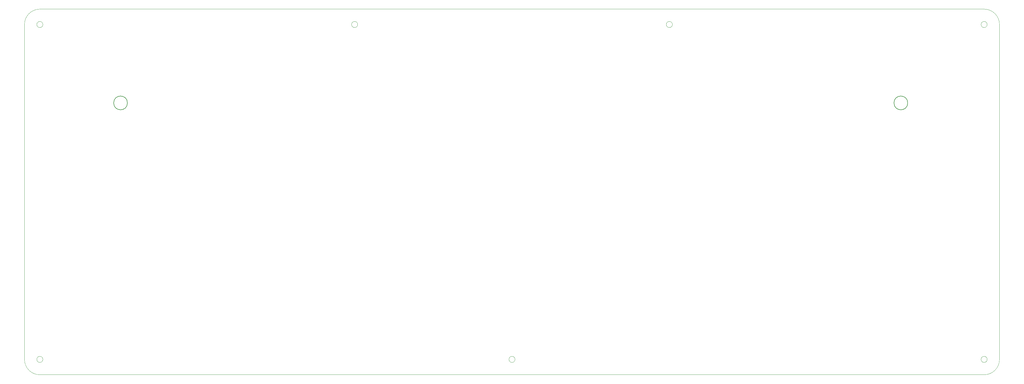
<source format=gto>
G04 #@! TF.GenerationSoftware,KiCad,Pcbnew,5.1.10-88a1d61d58~90~ubuntu21.04.1*
G04 #@! TF.CreationDate,2021-09-17T14:10:14+02:00*
G04 #@! TF.ProjectId,unix60case,756e6978-3630-4636-9173-652e6b696361,rev?*
G04 #@! TF.SameCoordinates,Original*
G04 #@! TF.FileFunction,Legend,Top*
G04 #@! TF.FilePolarity,Positive*
%FSLAX46Y46*%
G04 Gerber Fmt 4.6, Leading zero omitted, Abs format (unit mm)*
G04 Created by KiCad (PCBNEW 5.1.10-88a1d61d58~90~ubuntu21.04.1) date 2021-09-17 14:10:14*
%MOMM*%
%LPD*%
G01*
G04 APERTURE LIST*
G04 #@! TA.AperFunction,Profile*
%ADD10C,0.150000*%
G04 #@! TD*
G04 #@! TA.AperFunction,Profile*
%ADD11C,0.200000*%
G04 #@! TD*
G04 #@! TA.AperFunction,Profile*
%ADD12C,0.050000*%
G04 #@! TD*
%ADD13C,1.000000*%
%ADD14C,0.010000*%
G04 APERTURE END LIST*
D10*
X64928750Y-60769500D02*
X360203750Y-60769500D01*
D11*
X336314500Y-90066500D02*
G75*
G03*
X336314500Y-90066500I-2150000J0D01*
G01*
X92314500Y-90066500D02*
G75*
G03*
X92314500Y-90066500I-2150000J0D01*
G01*
D10*
X60166250Y-170307000D02*
X60166250Y-65532000D01*
X360203750Y-175069500D02*
X64928750Y-175069500D01*
D12*
X213518850Y-170307000D02*
G75*
G03*
X213518850Y-170307000I-950000J0D01*
G01*
X65878750Y-65532000D02*
G75*
G03*
X65878750Y-65532000I-950000J0D01*
G01*
X65878750Y-170307000D02*
G75*
G03*
X65878750Y-170307000I-950000J0D01*
G01*
D10*
X364966250Y-170307000D02*
G75*
G02*
X360203750Y-175069500I-4762500J0D01*
G01*
X64928750Y-175069500D02*
G75*
G02*
X60166250Y-170307000I0J4762500D01*
G01*
X60166250Y-65532000D02*
G75*
G02*
X64928750Y-60769500I4762500J0D01*
G01*
D12*
X361153750Y-170307000D02*
G75*
G03*
X361153750Y-170307000I-950000J0D01*
G01*
X361153750Y-65532000D02*
G75*
G03*
X361153750Y-65532000I-950000J0D01*
G01*
X164307150Y-65532000D02*
G75*
G03*
X164307150Y-65532000I-950000J0D01*
G01*
D10*
X360203750Y-60769500D02*
G75*
G02*
X364966250Y-65532000I0J-4762500D01*
G01*
X364966250Y-65532000D02*
X364966250Y-170307000D01*
D12*
X262730450Y-65532000D02*
G75*
G03*
X262730450Y-65532000I-950000J0D01*
G01*
%LPC*%
D13*
X64928750Y-174569500D02*
G75*
G02*
X60666250Y-170307000I0J4262500D01*
G01*
X360203750Y-61269500D02*
G75*
G02*
X364466250Y-65532000I0J-4262500D01*
G01*
X364466250Y-170307000D02*
G75*
G02*
X360203750Y-174569500I-4262500J0D01*
G01*
X60666250Y-65532000D02*
G75*
G02*
X64928750Y-61269500I4262500J0D01*
G01*
X364466250Y-65532000D02*
X364466250Y-170307000D01*
X360203750Y-174569500D02*
X64928750Y-174569500D01*
X60666250Y-170307000D02*
X60666250Y-65532000D01*
X64928750Y-61269500D02*
X360203750Y-61269500D01*
D14*
G36*
X169559201Y-96108240D02*
G01*
X172436620Y-96666000D01*
X175134143Y-97679465D01*
X177601681Y-99120141D01*
X179789147Y-100959534D01*
X181646453Y-103169152D01*
X182951428Y-105363788D01*
X183315687Y-106104305D01*
X183622111Y-106770653D01*
X183876143Y-107415439D01*
X184083231Y-108091275D01*
X184248818Y-108850768D01*
X184378352Y-109746528D01*
X184477277Y-110831165D01*
X184551039Y-112157288D01*
X184605084Y-113777505D01*
X184644857Y-115744427D01*
X184675804Y-118110662D01*
X184703371Y-120928820D01*
X184716646Y-122417416D01*
X184735677Y-124998528D01*
X184746510Y-127459327D01*
X184749399Y-129740651D01*
X184744598Y-131783338D01*
X184732361Y-133528228D01*
X184712942Y-134916157D01*
X184686594Y-135887964D01*
X184656806Y-136360835D01*
X184238698Y-137956820D01*
X183446361Y-139214813D01*
X182319106Y-140094742D01*
X180896241Y-140556533D01*
X180496493Y-140602136D01*
X179014424Y-140485793D01*
X177627753Y-139958987D01*
X176495615Y-139090842D01*
X176201531Y-138736496D01*
X176079158Y-138553410D01*
X175975982Y-138337676D01*
X175889834Y-138043938D01*
X175818545Y-137626840D01*
X175759945Y-137041025D01*
X175711866Y-136241137D01*
X175672139Y-135181821D01*
X175638594Y-133817720D01*
X175609063Y-132103478D01*
X175581375Y-129993738D01*
X175553363Y-127443146D01*
X175524583Y-124581287D01*
X175494497Y-121574214D01*
X175467059Y-119049083D01*
X175439894Y-116958693D01*
X175410628Y-115255842D01*
X175376884Y-113893331D01*
X175336290Y-112823958D01*
X175286469Y-112000522D01*
X175225048Y-111375823D01*
X175149651Y-110902659D01*
X175057904Y-110533829D01*
X174947432Y-110222132D01*
X174815861Y-109920368D01*
X174783426Y-109849708D01*
X173807789Y-108223887D01*
X172506133Y-106947283D01*
X170894374Y-105981295D01*
X168988631Y-105353430D01*
X166984233Y-105226715D01*
X164964778Y-105605511D01*
X164789945Y-105662914D01*
X163711962Y-106209546D01*
X162564669Y-107079869D01*
X161491647Y-108135095D01*
X160636474Y-109236435D01*
X160184864Y-110114291D01*
X160094372Y-110468802D01*
X160017163Y-111008035D01*
X159951848Y-111774246D01*
X159897041Y-112809692D01*
X159851353Y-114156629D01*
X159813397Y-115857314D01*
X159781786Y-117954002D01*
X159755132Y-120488950D01*
X159732048Y-123504414D01*
X159728781Y-124004916D01*
X159709660Y-126578957D01*
X159686564Y-129004762D01*
X159660365Y-131228299D01*
X159631936Y-133195540D01*
X159602149Y-134852453D01*
X159571878Y-136145008D01*
X159541994Y-137019175D01*
X159513371Y-137420924D01*
X159511982Y-137427668D01*
X159166775Y-138154156D01*
X158517398Y-138980025D01*
X157717945Y-139740055D01*
X156922507Y-140269029D01*
X156817944Y-140316202D01*
X155523275Y-140624069D01*
X154139519Y-140579696D01*
X153167291Y-140298657D01*
X152165395Y-139643650D01*
X151265609Y-138700477D01*
X150671722Y-137682890D01*
X150670582Y-137679879D01*
X150590610Y-137197363D01*
X150523271Y-136249416D01*
X150468305Y-134899616D01*
X150425454Y-133211541D01*
X150394460Y-131248771D01*
X150375064Y-129074882D01*
X150367008Y-126753454D01*
X150370033Y-124348065D01*
X150383881Y-121922293D01*
X150408293Y-119539716D01*
X150443011Y-117263914D01*
X150487776Y-115158464D01*
X150542330Y-113286945D01*
X150606413Y-111712935D01*
X150679769Y-110500012D01*
X150762138Y-109711755D01*
X150784808Y-109585124D01*
X151473100Y-107283330D01*
X152541428Y-104962483D01*
X153891791Y-102805109D01*
X155364872Y-101054879D01*
X157613413Y-99106730D01*
X160009869Y-97652311D01*
X162609906Y-96666641D01*
X165469195Y-96124738D01*
X166551972Y-96034677D01*
X169559201Y-96108240D01*
G37*
X169559201Y-96108240D02*
X172436620Y-96666000D01*
X175134143Y-97679465D01*
X177601681Y-99120141D01*
X179789147Y-100959534D01*
X181646453Y-103169152D01*
X182951428Y-105363788D01*
X183315687Y-106104305D01*
X183622111Y-106770653D01*
X183876143Y-107415439D01*
X184083231Y-108091275D01*
X184248818Y-108850768D01*
X184378352Y-109746528D01*
X184477277Y-110831165D01*
X184551039Y-112157288D01*
X184605084Y-113777505D01*
X184644857Y-115744427D01*
X184675804Y-118110662D01*
X184703371Y-120928820D01*
X184716646Y-122417416D01*
X184735677Y-124998528D01*
X184746510Y-127459327D01*
X184749399Y-129740651D01*
X184744598Y-131783338D01*
X184732361Y-133528228D01*
X184712942Y-134916157D01*
X184686594Y-135887964D01*
X184656806Y-136360835D01*
X184238698Y-137956820D01*
X183446361Y-139214813D01*
X182319106Y-140094742D01*
X180896241Y-140556533D01*
X180496493Y-140602136D01*
X179014424Y-140485793D01*
X177627753Y-139958987D01*
X176495615Y-139090842D01*
X176201531Y-138736496D01*
X176079158Y-138553410D01*
X175975982Y-138337676D01*
X175889834Y-138043938D01*
X175818545Y-137626840D01*
X175759945Y-137041025D01*
X175711866Y-136241137D01*
X175672139Y-135181821D01*
X175638594Y-133817720D01*
X175609063Y-132103478D01*
X175581375Y-129993738D01*
X175553363Y-127443146D01*
X175524583Y-124581287D01*
X175494497Y-121574214D01*
X175467059Y-119049083D01*
X175439894Y-116958693D01*
X175410628Y-115255842D01*
X175376884Y-113893331D01*
X175336290Y-112823958D01*
X175286469Y-112000522D01*
X175225048Y-111375823D01*
X175149651Y-110902659D01*
X175057904Y-110533829D01*
X174947432Y-110222132D01*
X174815861Y-109920368D01*
X174783426Y-109849708D01*
X173807789Y-108223887D01*
X172506133Y-106947283D01*
X170894374Y-105981295D01*
X168988631Y-105353430D01*
X166984233Y-105226715D01*
X164964778Y-105605511D01*
X164789945Y-105662914D01*
X163711962Y-106209546D01*
X162564669Y-107079869D01*
X161491647Y-108135095D01*
X160636474Y-109236435D01*
X160184864Y-110114291D01*
X160094372Y-110468802D01*
X160017163Y-111008035D01*
X159951848Y-111774246D01*
X159897041Y-112809692D01*
X159851353Y-114156629D01*
X159813397Y-115857314D01*
X159781786Y-117954002D01*
X159755132Y-120488950D01*
X159732048Y-123504414D01*
X159728781Y-124004916D01*
X159709660Y-126578957D01*
X159686564Y-129004762D01*
X159660365Y-131228299D01*
X159631936Y-133195540D01*
X159602149Y-134852453D01*
X159571878Y-136145008D01*
X159541994Y-137019175D01*
X159513371Y-137420924D01*
X159511982Y-137427668D01*
X159166775Y-138154156D01*
X158517398Y-138980025D01*
X157717945Y-139740055D01*
X156922507Y-140269029D01*
X156817944Y-140316202D01*
X155523275Y-140624069D01*
X154139519Y-140579696D01*
X153167291Y-140298657D01*
X152165395Y-139643650D01*
X151265609Y-138700477D01*
X150671722Y-137682890D01*
X150670582Y-137679879D01*
X150590610Y-137197363D01*
X150523271Y-136249416D01*
X150468305Y-134899616D01*
X150425454Y-133211541D01*
X150394460Y-131248771D01*
X150375064Y-129074882D01*
X150367008Y-126753454D01*
X150370033Y-124348065D01*
X150383881Y-121922293D01*
X150408293Y-119539716D01*
X150443011Y-117263914D01*
X150487776Y-115158464D01*
X150542330Y-113286945D01*
X150606413Y-111712935D01*
X150679769Y-110500012D01*
X150762138Y-109711755D01*
X150784808Y-109585124D01*
X151473100Y-107283330D01*
X152541428Y-104962483D01*
X153891791Y-102805109D01*
X155364872Y-101054879D01*
X157613413Y-99106730D01*
X160009869Y-97652311D01*
X162609906Y-96666641D01*
X165469195Y-96124738D01*
X166551972Y-96034677D01*
X169559201Y-96108240D01*
G36*
X194733880Y-95766809D02*
G01*
X196030916Y-96200912D01*
X197163772Y-97001872D01*
X198040153Y-98139440D01*
X198553493Y-99515397D01*
X198618029Y-100054930D01*
X198671576Y-101034680D01*
X198714257Y-102466435D01*
X198746197Y-104361986D01*
X198767520Y-106733122D01*
X198778349Y-109591630D01*
X198778809Y-112949301D01*
X198769024Y-116817924D01*
X198759585Y-119110125D01*
X198675625Y-137366375D01*
X198057286Y-138360903D01*
X197086706Y-139464660D01*
X195824371Y-140235778D01*
X194403999Y-140628279D01*
X192959308Y-140596186D01*
X192193333Y-140377140D01*
X191320696Y-139851233D01*
X190435570Y-139037674D01*
X189743419Y-138131007D01*
X189656170Y-137974826D01*
X189583226Y-137763132D01*
X189520076Y-137403690D01*
X189466065Y-136861704D01*
X189420537Y-136102376D01*
X189382834Y-135090908D01*
X189352301Y-133792502D01*
X189328282Y-132172361D01*
X189310120Y-130195688D01*
X189297159Y-127827684D01*
X189288742Y-125033553D01*
X189284214Y-121778496D01*
X189282916Y-118184083D01*
X189282490Y-114480209D01*
X189282978Y-111267940D01*
X189287032Y-108509718D01*
X189297303Y-106167983D01*
X189316444Y-104205177D01*
X189347105Y-102583741D01*
X189391938Y-101266116D01*
X189453594Y-100214744D01*
X189534724Y-99392065D01*
X189637981Y-98760521D01*
X189766015Y-98282554D01*
X189921479Y-97920604D01*
X190107023Y-97637112D01*
X190325299Y-97394521D01*
X190578958Y-97155270D01*
X190780649Y-96968103D01*
X192016451Y-96120157D01*
X193364959Y-95729808D01*
X194733880Y-95766809D01*
G37*
X194733880Y-95766809D02*
X196030916Y-96200912D01*
X197163772Y-97001872D01*
X198040153Y-98139440D01*
X198553493Y-99515397D01*
X198618029Y-100054930D01*
X198671576Y-101034680D01*
X198714257Y-102466435D01*
X198746197Y-104361986D01*
X198767520Y-106733122D01*
X198778349Y-109591630D01*
X198778809Y-112949301D01*
X198769024Y-116817924D01*
X198759585Y-119110125D01*
X198675625Y-137366375D01*
X198057286Y-138360903D01*
X197086706Y-139464660D01*
X195824371Y-140235778D01*
X194403999Y-140628279D01*
X192959308Y-140596186D01*
X192193333Y-140377140D01*
X191320696Y-139851233D01*
X190435570Y-139037674D01*
X189743419Y-138131007D01*
X189656170Y-137974826D01*
X189583226Y-137763132D01*
X189520076Y-137403690D01*
X189466065Y-136861704D01*
X189420537Y-136102376D01*
X189382834Y-135090908D01*
X189352301Y-133792502D01*
X189328282Y-132172361D01*
X189310120Y-130195688D01*
X189297159Y-127827684D01*
X189288742Y-125033553D01*
X189284214Y-121778496D01*
X189282916Y-118184083D01*
X189282490Y-114480209D01*
X189282978Y-111267940D01*
X189287032Y-108509718D01*
X189297303Y-106167983D01*
X189316444Y-104205177D01*
X189347105Y-102583741D01*
X189391938Y-101266116D01*
X189453594Y-100214744D01*
X189534724Y-99392065D01*
X189637981Y-98760521D01*
X189766015Y-98282554D01*
X189921479Y-97920604D01*
X190107023Y-97637112D01*
X190325299Y-97394521D01*
X190578958Y-97155270D01*
X190780649Y-96968103D01*
X192016451Y-96120157D01*
X193364959Y-95729808D01*
X194733880Y-95766809D01*
G36*
X209474434Y-95809067D02*
G01*
X210777243Y-96318717D01*
X211467544Y-96836603D01*
X211780232Y-97201020D01*
X212348833Y-97937446D01*
X213127331Y-98983314D01*
X214069709Y-100276058D01*
X215129951Y-101753110D01*
X216262040Y-103351904D01*
X216319455Y-103433562D01*
X217427619Y-104999979D01*
X218442136Y-106414590D01*
X219322267Y-107622144D01*
X220027274Y-108567387D01*
X220516419Y-109195064D01*
X220748963Y-109449923D01*
X220757470Y-109452833D01*
X220955426Y-109243622D01*
X221412532Y-108652511D01*
X222089063Y-107734282D01*
X222945293Y-106543717D01*
X223941497Y-105135596D01*
X225037949Y-103564703D01*
X225265662Y-103235974D01*
X226798861Y-101045917D01*
X228065972Y-99293666D01*
X229077320Y-97965794D01*
X229843230Y-97048874D01*
X230374028Y-96529478D01*
X230480778Y-96454163D01*
X231764184Y-95923298D01*
X233207110Y-95737998D01*
X234565261Y-95928505D01*
X234610130Y-95942968D01*
X235738377Y-96563831D01*
X236712687Y-97555606D01*
X237447702Y-98777174D01*
X237858059Y-100087416D01*
X237863085Y-101320830D01*
X237655646Y-101812591D01*
X237149117Y-102707499D01*
X236358174Y-103982591D01*
X235297491Y-105614904D01*
X233981741Y-107581474D01*
X232425599Y-109859339D01*
X232168291Y-110232327D01*
X226645129Y-118228949D01*
X232002356Y-125945578D01*
X233263725Y-127777342D01*
X234438097Y-129511190D01*
X235488143Y-131089836D01*
X236376530Y-132455992D01*
X237065929Y-133552373D01*
X237519010Y-134321692D01*
X237689613Y-134673114D01*
X237879777Y-135562842D01*
X237809477Y-136474597D01*
X237713718Y-136898958D01*
X237096003Y-138406100D01*
X236121584Y-139569269D01*
X234852885Y-140337784D01*
X233352332Y-140660963D01*
X233071458Y-140667958D01*
X232351779Y-140642216D01*
X231717873Y-140539471D01*
X231124319Y-140316165D01*
X230525698Y-139928735D01*
X229876590Y-139333620D01*
X229131576Y-138487260D01*
X228245237Y-137346095D01*
X227172152Y-135866563D01*
X225866902Y-134005103D01*
X225355336Y-133267610D01*
X224240497Y-131666851D01*
X223216340Y-130213398D01*
X222323053Y-128962931D01*
X221600827Y-127971127D01*
X221089852Y-127293665D01*
X220830316Y-126986223D01*
X220812640Y-126974199D01*
X220604352Y-127161167D01*
X220135705Y-127728823D01*
X219447620Y-128622832D01*
X218581017Y-129788854D01*
X217576815Y-131172553D01*
X216475937Y-132719590D01*
X216331884Y-132924141D01*
X215195731Y-134528541D01*
X214129161Y-136014347D01*
X213178159Y-137319080D01*
X212388712Y-138380266D01*
X211806804Y-139135427D01*
X211478422Y-139522088D01*
X211468479Y-139531562D01*
X210340835Y-140253570D01*
X208987097Y-140630896D01*
X207589987Y-140637655D01*
X206349131Y-140256841D01*
X205255953Y-139553947D01*
X204499614Y-138695596D01*
X204068026Y-137895541D01*
X203626545Y-136392113D01*
X203708935Y-134927563D01*
X203948494Y-134195552D01*
X204187163Y-133766946D01*
X204692133Y-132963344D01*
X205424998Y-131842379D01*
X206347348Y-130461687D01*
X207420774Y-128878900D01*
X208606869Y-127151652D01*
X209519894Y-125835385D01*
X210738357Y-124072304D01*
X211848159Y-122439600D01*
X212815327Y-120989355D01*
X213605884Y-119773655D01*
X214185856Y-118844583D01*
X214521269Y-118254225D01*
X214590906Y-118061355D01*
X214416640Y-117776606D01*
X213975398Y-117108527D01*
X213302046Y-116108425D01*
X212431447Y-114827608D01*
X211398466Y-113317383D01*
X210237967Y-111629057D01*
X209085652Y-109959707D01*
X203702708Y-102176791D01*
X203702708Y-100569969D01*
X203756430Y-99506270D01*
X203964488Y-98707061D01*
X204397218Y-97914373D01*
X204447811Y-97837219D01*
X205447591Y-96752837D01*
X206695016Y-96042462D01*
X208075494Y-95722427D01*
X209474434Y-95809067D01*
G37*
X209474434Y-95809067D02*
X210777243Y-96318717D01*
X211467544Y-96836603D01*
X211780232Y-97201020D01*
X212348833Y-97937446D01*
X213127331Y-98983314D01*
X214069709Y-100276058D01*
X215129951Y-101753110D01*
X216262040Y-103351904D01*
X216319455Y-103433562D01*
X217427619Y-104999979D01*
X218442136Y-106414590D01*
X219322267Y-107622144D01*
X220027274Y-108567387D01*
X220516419Y-109195064D01*
X220748963Y-109449923D01*
X220757470Y-109452833D01*
X220955426Y-109243622D01*
X221412532Y-108652511D01*
X222089063Y-107734282D01*
X222945293Y-106543717D01*
X223941497Y-105135596D01*
X225037949Y-103564703D01*
X225265662Y-103235974D01*
X226798861Y-101045917D01*
X228065972Y-99293666D01*
X229077320Y-97965794D01*
X229843230Y-97048874D01*
X230374028Y-96529478D01*
X230480778Y-96454163D01*
X231764184Y-95923298D01*
X233207110Y-95737998D01*
X234565261Y-95928505D01*
X234610130Y-95942968D01*
X235738377Y-96563831D01*
X236712687Y-97555606D01*
X237447702Y-98777174D01*
X237858059Y-100087416D01*
X237863085Y-101320830D01*
X237655646Y-101812591D01*
X237149117Y-102707499D01*
X236358174Y-103982591D01*
X235297491Y-105614904D01*
X233981741Y-107581474D01*
X232425599Y-109859339D01*
X232168291Y-110232327D01*
X226645129Y-118228949D01*
X232002356Y-125945578D01*
X233263725Y-127777342D01*
X234438097Y-129511190D01*
X235488143Y-131089836D01*
X236376530Y-132455992D01*
X237065929Y-133552373D01*
X237519010Y-134321692D01*
X237689613Y-134673114D01*
X237879777Y-135562842D01*
X237809477Y-136474597D01*
X237713718Y-136898958D01*
X237096003Y-138406100D01*
X236121584Y-139569269D01*
X234852885Y-140337784D01*
X233352332Y-140660963D01*
X233071458Y-140667958D01*
X232351779Y-140642216D01*
X231717873Y-140539471D01*
X231124319Y-140316165D01*
X230525698Y-139928735D01*
X229876590Y-139333620D01*
X229131576Y-138487260D01*
X228245237Y-137346095D01*
X227172152Y-135866563D01*
X225866902Y-134005103D01*
X225355336Y-133267610D01*
X224240497Y-131666851D01*
X223216340Y-130213398D01*
X222323053Y-128962931D01*
X221600827Y-127971127D01*
X221089852Y-127293665D01*
X220830316Y-126986223D01*
X220812640Y-126974199D01*
X220604352Y-127161167D01*
X220135705Y-127728823D01*
X219447620Y-128622832D01*
X218581017Y-129788854D01*
X217576815Y-131172553D01*
X216475937Y-132719590D01*
X216331884Y-132924141D01*
X215195731Y-134528541D01*
X214129161Y-136014347D01*
X213178159Y-137319080D01*
X212388712Y-138380266D01*
X211806804Y-139135427D01*
X211478422Y-139522088D01*
X211468479Y-139531562D01*
X210340835Y-140253570D01*
X208987097Y-140630896D01*
X207589987Y-140637655D01*
X206349131Y-140256841D01*
X205255953Y-139553947D01*
X204499614Y-138695596D01*
X204068026Y-137895541D01*
X203626545Y-136392113D01*
X203708935Y-134927563D01*
X203948494Y-134195552D01*
X204187163Y-133766946D01*
X204692133Y-132963344D01*
X205424998Y-131842379D01*
X206347348Y-130461687D01*
X207420774Y-128878900D01*
X208606869Y-127151652D01*
X209519894Y-125835385D01*
X210738357Y-124072304D01*
X211848159Y-122439600D01*
X212815327Y-120989355D01*
X213605884Y-119773655D01*
X214185856Y-118844583D01*
X214521269Y-118254225D01*
X214590906Y-118061355D01*
X214416640Y-117776606D01*
X213975398Y-117108527D01*
X213302046Y-116108425D01*
X212431447Y-114827608D01*
X211398466Y-113317383D01*
X210237967Y-111629057D01*
X209085652Y-109959707D01*
X203702708Y-102176791D01*
X203702708Y-100569969D01*
X203756430Y-99506270D01*
X203964488Y-98707061D01*
X204397218Y-97914373D01*
X204447811Y-97837219D01*
X205447591Y-96752837D01*
X206695016Y-96042462D01*
X208075494Y-95722427D01*
X209474434Y-95809067D01*
G36*
X259495680Y-95227142D02*
G01*
X260752179Y-95755947D01*
X260948174Y-95891722D01*
X261949472Y-96841796D01*
X262529517Y-97945163D01*
X262769067Y-99328965D01*
X262795966Y-100022620D01*
X262745557Y-100600853D01*
X262575215Y-101192873D01*
X262242316Y-101927886D01*
X261704236Y-102935100D01*
X261397145Y-103487683D01*
X260812227Y-104552811D01*
X260337613Y-105450327D01*
X260025497Y-106079273D01*
X259926666Y-106331954D01*
X260155270Y-106485761D01*
X260654270Y-106545556D01*
X261873774Y-106698472D01*
X263383269Y-107112946D01*
X265047285Y-107735896D01*
X266730349Y-108514243D01*
X268296989Y-109394903D01*
X268850945Y-109757222D01*
X271015813Y-111557152D01*
X272843490Y-113725107D01*
X274295142Y-116192075D01*
X275331935Y-118889045D01*
X275915035Y-121747004D01*
X275981605Y-122429038D01*
X275936547Y-125168302D01*
X275407125Y-127884694D01*
X274435724Y-130504824D01*
X273064729Y-132955298D01*
X271336527Y-135162727D01*
X269293502Y-137053718D01*
X266978040Y-138554879D01*
X266541250Y-138775292D01*
X263629303Y-139907767D01*
X260664691Y-140513777D01*
X257645942Y-140593537D01*
X255730797Y-140376201D01*
X253575207Y-139807589D01*
X251352802Y-138848040D01*
X249222241Y-137585345D01*
X247342184Y-136107292D01*
X246506779Y-135272360D01*
X244658749Y-132897830D01*
X243307440Y-130370506D01*
X242433506Y-127643373D01*
X242017599Y-124669413D01*
X241998594Y-124316759D01*
X241992781Y-123497766D01*
X251101975Y-123497766D01*
X251139317Y-124592378D01*
X251316102Y-125497862D01*
X251694438Y-126472300D01*
X251943645Y-126995259D01*
X253044622Y-128680620D01*
X254456923Y-129979572D01*
X256106169Y-130865952D01*
X257917979Y-131313596D01*
X259817973Y-131296340D01*
X261731771Y-130788021D01*
X262175625Y-130594408D01*
X263800529Y-129561205D01*
X265118406Y-128181938D01*
X266075216Y-126550830D01*
X266616922Y-124762104D01*
X266689485Y-122909981D01*
X266672414Y-122753693D01*
X266182305Y-120742422D01*
X265254873Y-118984043D01*
X263933200Y-117534732D01*
X262260370Y-116450668D01*
X261630823Y-116179674D01*
X260269662Y-115863922D01*
X258681408Y-115806717D01*
X257072245Y-115992478D01*
X255648361Y-116405622D01*
X255103406Y-116672966D01*
X253445334Y-117928217D01*
X252207916Y-119483380D01*
X251418861Y-121291191D01*
X251105880Y-123304389D01*
X251101975Y-123497766D01*
X241992781Y-123497766D01*
X241982726Y-122081480D01*
X242182626Y-120160106D01*
X242632634Y-118369452D01*
X243367092Y-116526328D01*
X243520269Y-116199708D01*
X243999167Y-115249667D01*
X244672072Y-113989901D01*
X245504726Y-112478710D01*
X246462868Y-110774396D01*
X247512240Y-108935259D01*
X248618581Y-107019601D01*
X249747632Y-105085723D01*
X250865134Y-103191926D01*
X251936825Y-101396510D01*
X252928448Y-99757778D01*
X253805742Y-98334029D01*
X254534448Y-97183566D01*
X255080306Y-96364689D01*
X255409056Y-95935699D01*
X255449801Y-95898720D01*
X256668284Y-95298753D01*
X258075646Y-95074819D01*
X259495680Y-95227142D01*
G37*
X259495680Y-95227142D02*
X260752179Y-95755947D01*
X260948174Y-95891722D01*
X261949472Y-96841796D01*
X262529517Y-97945163D01*
X262769067Y-99328965D01*
X262795966Y-100022620D01*
X262745557Y-100600853D01*
X262575215Y-101192873D01*
X262242316Y-101927886D01*
X261704236Y-102935100D01*
X261397145Y-103487683D01*
X260812227Y-104552811D01*
X260337613Y-105450327D01*
X260025497Y-106079273D01*
X259926666Y-106331954D01*
X260155270Y-106485761D01*
X260654270Y-106545556D01*
X261873774Y-106698472D01*
X263383269Y-107112946D01*
X265047285Y-107735896D01*
X266730349Y-108514243D01*
X268296989Y-109394903D01*
X268850945Y-109757222D01*
X271015813Y-111557152D01*
X272843490Y-113725107D01*
X274295142Y-116192075D01*
X275331935Y-118889045D01*
X275915035Y-121747004D01*
X275981605Y-122429038D01*
X275936547Y-125168302D01*
X275407125Y-127884694D01*
X274435724Y-130504824D01*
X273064729Y-132955298D01*
X271336527Y-135162727D01*
X269293502Y-137053718D01*
X266978040Y-138554879D01*
X266541250Y-138775292D01*
X263629303Y-139907767D01*
X260664691Y-140513777D01*
X257645942Y-140593537D01*
X255730797Y-140376201D01*
X253575207Y-139807589D01*
X251352802Y-138848040D01*
X249222241Y-137585345D01*
X247342184Y-136107292D01*
X246506779Y-135272360D01*
X244658749Y-132897830D01*
X243307440Y-130370506D01*
X242433506Y-127643373D01*
X242017599Y-124669413D01*
X241998594Y-124316759D01*
X241992781Y-123497766D01*
X251101975Y-123497766D01*
X251139317Y-124592378D01*
X251316102Y-125497862D01*
X251694438Y-126472300D01*
X251943645Y-126995259D01*
X253044622Y-128680620D01*
X254456923Y-129979572D01*
X256106169Y-130865952D01*
X257917979Y-131313596D01*
X259817973Y-131296340D01*
X261731771Y-130788021D01*
X262175625Y-130594408D01*
X263800529Y-129561205D01*
X265118406Y-128181938D01*
X266075216Y-126550830D01*
X266616922Y-124762104D01*
X266689485Y-122909981D01*
X266672414Y-122753693D01*
X266182305Y-120742422D01*
X265254873Y-118984043D01*
X263933200Y-117534732D01*
X262260370Y-116450668D01*
X261630823Y-116179674D01*
X260269662Y-115863922D01*
X258681408Y-115806717D01*
X257072245Y-115992478D01*
X255648361Y-116405622D01*
X255103406Y-116672966D01*
X253445334Y-117928217D01*
X252207916Y-119483380D01*
X251418861Y-121291191D01*
X251105880Y-123304389D01*
X251101975Y-123497766D01*
X241992781Y-123497766D01*
X241982726Y-122081480D01*
X242182626Y-120160106D01*
X242632634Y-118369452D01*
X243367092Y-116526328D01*
X243520269Y-116199708D01*
X243999167Y-115249667D01*
X244672072Y-113989901D01*
X245504726Y-112478710D01*
X246462868Y-110774396D01*
X247512240Y-108935259D01*
X248618581Y-107019601D01*
X249747632Y-105085723D01*
X250865134Y-103191926D01*
X251936825Y-101396510D01*
X252928448Y-99757778D01*
X253805742Y-98334029D01*
X254534448Y-97183566D01*
X255080306Y-96364689D01*
X255409056Y-95935699D01*
X255449801Y-95898720D01*
X256668284Y-95298753D01*
X258075646Y-95074819D01*
X259495680Y-95227142D01*
G36*
X299519500Y-106888107D02*
G01*
X302247619Y-107704974D01*
X304834866Y-109002665D01*
X307233275Y-110773969D01*
X308084933Y-111569499D01*
X310089496Y-113902955D01*
X311602844Y-116423838D01*
X312620243Y-119121146D01*
X313136962Y-121983876D01*
X313206095Y-123475749D01*
X313138893Y-125490000D01*
X312888266Y-127228504D01*
X312405398Y-128903451D01*
X311641470Y-130727030D01*
X311440796Y-131148666D01*
X310207980Y-133217988D01*
X308597006Y-135197311D01*
X306731775Y-136961362D01*
X304736186Y-138384867D01*
X303760295Y-138914319D01*
X301004273Y-139963201D01*
X298090958Y-140545676D01*
X295127445Y-140648914D01*
X292328037Y-140283809D01*
X290046648Y-139578142D01*
X287772433Y-138493825D01*
X285649651Y-137118992D01*
X283822560Y-135541779D01*
X282937362Y-134546518D01*
X281243684Y-132002433D01*
X280050652Y-129287210D01*
X279356703Y-126396379D01*
X279171937Y-123929714D01*
X288359028Y-123929714D01*
X288664202Y-125756099D01*
X289376152Y-127469215D01*
X290458395Y-128992533D01*
X291874448Y-130249520D01*
X293587830Y-131163645D01*
X294454791Y-131445042D01*
X295667795Y-131585360D01*
X297103703Y-131485724D01*
X298530502Y-131176487D01*
X299549016Y-130778603D01*
X301217117Y-129652474D01*
X302519159Y-128212409D01*
X303427167Y-126538661D01*
X303913164Y-124711485D01*
X303949175Y-122811135D01*
X303507223Y-120917864D01*
X303221258Y-120244153D01*
X302165311Y-118589520D01*
X300822125Y-117320362D01*
X299266990Y-116436684D01*
X297575200Y-115938492D01*
X295822046Y-115825789D01*
X294082821Y-116098581D01*
X292432816Y-116756873D01*
X290947324Y-117800668D01*
X289701636Y-119229972D01*
X289114934Y-120243268D01*
X288497111Y-122066593D01*
X288359028Y-123929714D01*
X279171937Y-123929714D01*
X279157751Y-123740333D01*
X279222904Y-121727131D01*
X279469619Y-119987792D01*
X279946078Y-118309210D01*
X280700462Y-116478280D01*
X280892559Y-116067416D01*
X282091648Y-114039794D01*
X283684997Y-112082937D01*
X285541626Y-110331957D01*
X287530554Y-108921969D01*
X288157580Y-108573124D01*
X290969548Y-107394572D01*
X293832500Y-106725694D01*
X296698472Y-106559276D01*
X299519500Y-106888107D01*
G37*
X299519500Y-106888107D02*
X302247619Y-107704974D01*
X304834866Y-109002665D01*
X307233275Y-110773969D01*
X308084933Y-111569499D01*
X310089496Y-113902955D01*
X311602844Y-116423838D01*
X312620243Y-119121146D01*
X313136962Y-121983876D01*
X313206095Y-123475749D01*
X313138893Y-125490000D01*
X312888266Y-127228504D01*
X312405398Y-128903451D01*
X311641470Y-130727030D01*
X311440796Y-131148666D01*
X310207980Y-133217988D01*
X308597006Y-135197311D01*
X306731775Y-136961362D01*
X304736186Y-138384867D01*
X303760295Y-138914319D01*
X301004273Y-139963201D01*
X298090958Y-140545676D01*
X295127445Y-140648914D01*
X292328037Y-140283809D01*
X290046648Y-139578142D01*
X287772433Y-138493825D01*
X285649651Y-137118992D01*
X283822560Y-135541779D01*
X282937362Y-134546518D01*
X281243684Y-132002433D01*
X280050652Y-129287210D01*
X279356703Y-126396379D01*
X279171937Y-123929714D01*
X288359028Y-123929714D01*
X288664202Y-125756099D01*
X289376152Y-127469215D01*
X290458395Y-128992533D01*
X291874448Y-130249520D01*
X293587830Y-131163645D01*
X294454791Y-131445042D01*
X295667795Y-131585360D01*
X297103703Y-131485724D01*
X298530502Y-131176487D01*
X299549016Y-130778603D01*
X301217117Y-129652474D01*
X302519159Y-128212409D01*
X303427167Y-126538661D01*
X303913164Y-124711485D01*
X303949175Y-122811135D01*
X303507223Y-120917864D01*
X303221258Y-120244153D01*
X302165311Y-118589520D01*
X300822125Y-117320362D01*
X299266990Y-116436684D01*
X297575200Y-115938492D01*
X295822046Y-115825789D01*
X294082821Y-116098581D01*
X292432816Y-116756873D01*
X290947324Y-117800668D01*
X289701636Y-119229972D01*
X289114934Y-120243268D01*
X288497111Y-122066593D01*
X288359028Y-123929714D01*
X279171937Y-123929714D01*
X279157751Y-123740333D01*
X279222904Y-121727131D01*
X279469619Y-119987792D01*
X279946078Y-118309210D01*
X280700462Y-116478280D01*
X280892559Y-116067416D01*
X282091648Y-114039794D01*
X283684997Y-112082937D01*
X285541626Y-110331957D01*
X287530554Y-108921969D01*
X288157580Y-108573124D01*
X290969548Y-107394572D01*
X293832500Y-106725694D01*
X296698472Y-106559276D01*
X299519500Y-106888107D01*
G36*
X142709196Y-95890549D02*
G01*
X143986537Y-96451269D01*
X144904457Y-97258053D01*
X145183527Y-97606928D01*
X145418947Y-97966019D01*
X145614039Y-98380756D01*
X145772123Y-98896568D01*
X145896521Y-99558886D01*
X145990556Y-100413139D01*
X146057548Y-101504755D01*
X146100818Y-102879166D01*
X146123689Y-104581799D01*
X146129481Y-106658086D01*
X146121517Y-109153455D01*
X146103117Y-112113335D01*
X146093013Y-113514529D01*
X146069174Y-116549962D01*
X146044874Y-119103971D01*
X146018260Y-121224297D01*
X145987475Y-122958679D01*
X145950667Y-124354859D01*
X145905978Y-125460578D01*
X145851555Y-126323575D01*
X145785542Y-126991592D01*
X145706085Y-127512368D01*
X145611329Y-127933646D01*
X145520939Y-128238249D01*
X144368100Y-130991756D01*
X142810067Y-133485831D01*
X140897073Y-135660810D01*
X138679348Y-137457027D01*
X136878387Y-138503942D01*
X134024414Y-139628730D01*
X131054644Y-140260124D01*
X128039760Y-140389147D01*
X125050443Y-140006821D01*
X125048655Y-140006433D01*
X122422427Y-139173046D01*
X119943614Y-137873874D01*
X117683677Y-136166818D01*
X115714078Y-134109780D01*
X114106275Y-131760661D01*
X113551180Y-130690497D01*
X113202165Y-129947881D01*
X112907134Y-129286408D01*
X112661234Y-128655338D01*
X112459609Y-128003931D01*
X112297407Y-127281447D01*
X112169771Y-126437146D01*
X112071849Y-125420286D01*
X111998786Y-124180129D01*
X111945727Y-122665933D01*
X111907820Y-120826958D01*
X111880208Y-118612464D01*
X111858039Y-115971711D01*
X111836458Y-112853958D01*
X111835820Y-112760125D01*
X111814045Y-109623131D01*
X111798350Y-106970043D01*
X111793976Y-104755601D01*
X111806165Y-102934543D01*
X111840159Y-101461611D01*
X111901199Y-100291542D01*
X111994528Y-99379077D01*
X112125386Y-98678956D01*
X112299015Y-98145919D01*
X112520657Y-97734704D01*
X112795554Y-97400051D01*
X113128948Y-97096701D01*
X113526079Y-96779393D01*
X113702788Y-96639354D01*
X114358358Y-96172721D01*
X114971881Y-95927616D01*
X115765952Y-95836174D01*
X116368007Y-95826791D01*
X117904191Y-96007102D01*
X119150280Y-96585362D01*
X120211574Y-97617568D01*
X120515109Y-98032045D01*
X121152708Y-98962101D01*
X121285000Y-112475696D01*
X121315052Y-115496388D01*
X121342550Y-118034208D01*
X121369766Y-120135430D01*
X121398968Y-121846327D01*
X121432426Y-123213172D01*
X121472412Y-124282239D01*
X121521195Y-125099800D01*
X121581044Y-125712129D01*
X121654231Y-126165500D01*
X121743026Y-126506184D01*
X121849697Y-126780456D01*
X121976516Y-127034589D01*
X122001542Y-127081548D01*
X123115751Y-128642134D01*
X124542551Y-129839973D01*
X126195267Y-130659597D01*
X127987225Y-131085539D01*
X129831748Y-131102332D01*
X131642163Y-130694509D01*
X133331794Y-129846603D01*
X134115138Y-129243203D01*
X134943075Y-128382447D01*
X135715618Y-127365347D01*
X136048044Y-126815677D01*
X136763125Y-125460124D01*
X136895416Y-111966375D01*
X137027708Y-98472624D01*
X137662991Y-97581897D01*
X138675744Y-96579629D01*
X139934137Y-95960080D01*
X141318509Y-95728603D01*
X142709196Y-95890549D01*
G37*
X142709196Y-95890549D02*
X143986537Y-96451269D01*
X144904457Y-97258053D01*
X145183527Y-97606928D01*
X145418947Y-97966019D01*
X145614039Y-98380756D01*
X145772123Y-98896568D01*
X145896521Y-99558886D01*
X145990556Y-100413139D01*
X146057548Y-101504755D01*
X146100818Y-102879166D01*
X146123689Y-104581799D01*
X146129481Y-106658086D01*
X146121517Y-109153455D01*
X146103117Y-112113335D01*
X146093013Y-113514529D01*
X146069174Y-116549962D01*
X146044874Y-119103971D01*
X146018260Y-121224297D01*
X145987475Y-122958679D01*
X145950667Y-124354859D01*
X145905978Y-125460578D01*
X145851555Y-126323575D01*
X145785542Y-126991592D01*
X145706085Y-127512368D01*
X145611329Y-127933646D01*
X145520939Y-128238249D01*
X144368100Y-130991756D01*
X142810067Y-133485831D01*
X140897073Y-135660810D01*
X138679348Y-137457027D01*
X136878387Y-138503942D01*
X134024414Y-139628730D01*
X131054644Y-140260124D01*
X128039760Y-140389147D01*
X125050443Y-140006821D01*
X125048655Y-140006433D01*
X122422427Y-139173046D01*
X119943614Y-137873874D01*
X117683677Y-136166818D01*
X115714078Y-134109780D01*
X114106275Y-131760661D01*
X113551180Y-130690497D01*
X113202165Y-129947881D01*
X112907134Y-129286408D01*
X112661234Y-128655338D01*
X112459609Y-128003931D01*
X112297407Y-127281447D01*
X112169771Y-126437146D01*
X112071849Y-125420286D01*
X111998786Y-124180129D01*
X111945727Y-122665933D01*
X111907820Y-120826958D01*
X111880208Y-118612464D01*
X111858039Y-115971711D01*
X111836458Y-112853958D01*
X111835820Y-112760125D01*
X111814045Y-109623131D01*
X111798350Y-106970043D01*
X111793976Y-104755601D01*
X111806165Y-102934543D01*
X111840159Y-101461611D01*
X111901199Y-100291542D01*
X111994528Y-99379077D01*
X112125386Y-98678956D01*
X112299015Y-98145919D01*
X112520657Y-97734704D01*
X112795554Y-97400051D01*
X113128948Y-97096701D01*
X113526079Y-96779393D01*
X113702788Y-96639354D01*
X114358358Y-96172721D01*
X114971881Y-95927616D01*
X115765952Y-95836174D01*
X116368007Y-95826791D01*
X117904191Y-96007102D01*
X119150280Y-96585362D01*
X120211574Y-97617568D01*
X120515109Y-98032045D01*
X121152708Y-98962101D01*
X121285000Y-112475696D01*
X121315052Y-115496388D01*
X121342550Y-118034208D01*
X121369766Y-120135430D01*
X121398968Y-121846327D01*
X121432426Y-123213172D01*
X121472412Y-124282239D01*
X121521195Y-125099800D01*
X121581044Y-125712129D01*
X121654231Y-126165500D01*
X121743026Y-126506184D01*
X121849697Y-126780456D01*
X121976516Y-127034589D01*
X122001542Y-127081548D01*
X123115751Y-128642134D01*
X124542551Y-129839973D01*
X126195267Y-130659597D01*
X127987225Y-131085539D01*
X129831748Y-131102332D01*
X131642163Y-130694509D01*
X133331794Y-129846603D01*
X134115138Y-129243203D01*
X134943075Y-128382447D01*
X135715618Y-127365347D01*
X136048044Y-126815677D01*
X136763125Y-125460124D01*
X136895416Y-111966375D01*
X137027708Y-98472624D01*
X137662991Y-97581897D01*
X138675744Y-96579629D01*
X139934137Y-95960080D01*
X141318509Y-95728603D01*
X142709196Y-95890549D01*
M02*

</source>
